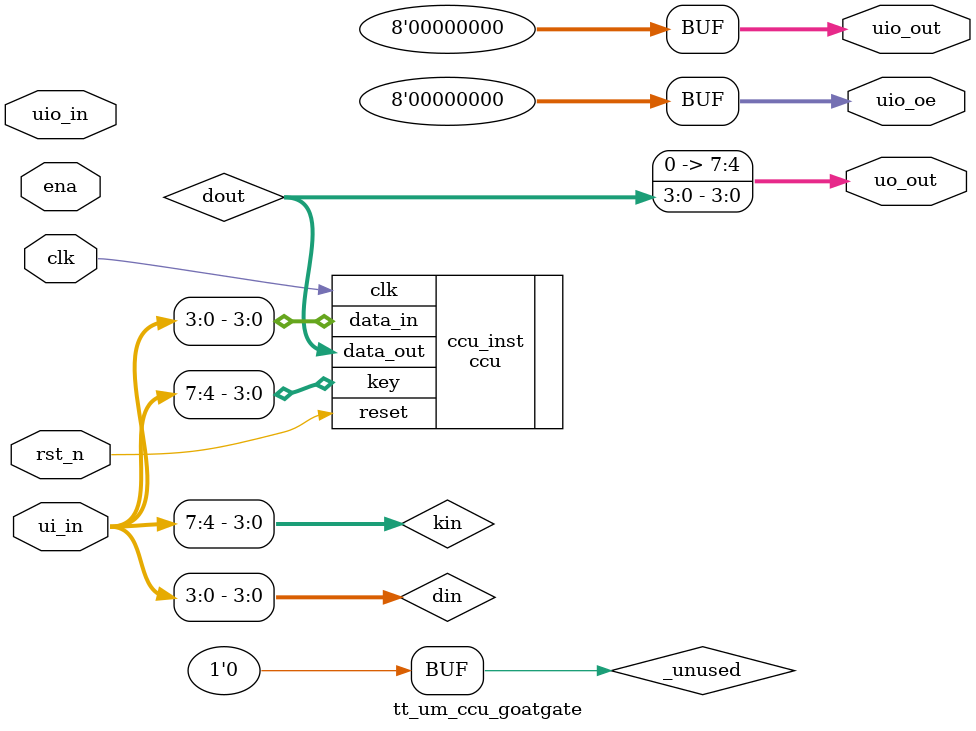
<source format=v>
/*
 * Copyright (c) 2024 Your Name
 * SPDX-License-Identifier: Apache-2.0
 */

`default_nettype none

module tt_um_ccu_goatgate (
    input  wire [7:0] ui_in,    // Dedicated inputs
    output wire [7:0] uo_out,   // Dedicated outputs
    input  wire [7:0] uio_in,   // IOs: Input path
    output wire [7:0] uio_out,  // IOs: Output path
    output wire [7:0] uio_oe,   // IOs: Enable path (active high: 0=input, 1=output)
    input  wire       ena,      // always 1 when the design is powered, so you can ignore it
    input  wire       clk,      // clock
    input  wire       rst_n     // reset_n - low to reset
);

  // All output pins must be assigned. If not used, assign to 0.
    assign uo_out[3:0] = dout;
    assign uo_out[7:4] = 0;
    assign uio_out = 0;
    assign uio_oe  = 0;
    
    // I/O definitions
    wire [3:0] din = ui_in[3:0];
    wire [3:0] kin = ui_in[7:4];
    wire [3:0] dout;
    
  // List all unused inputs to prevent warnings
  wire _unused = &{ena, 1'b0};
  ccu ccu_inst (
                          .clk(clk),
                          .reset(rst_n),
                          .data_in(din),
                          .key(kin),
                          .data_out(dout)
                          
                       );
endmodule

</source>
